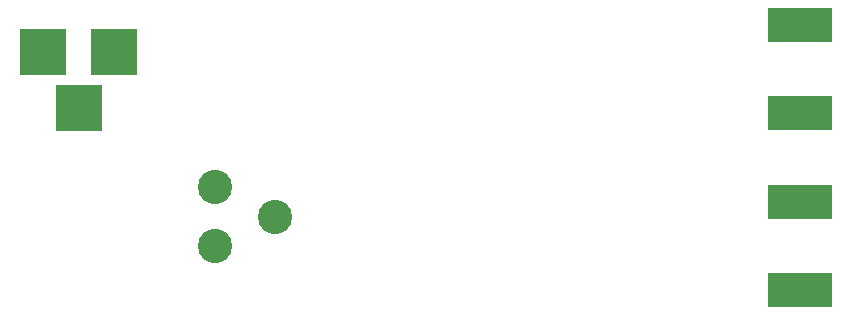
<source format=gbr>
G04 #@! TF.FileFunction,Soldermask,Bot*
%FSLAX46Y46*%
G04 Gerber Fmt 4.6, Leading zero omitted, Abs format (unit mm)*
G04 Created by KiCad (PCBNEW 4.0.7) date 05/06/20 17:17:56*
%MOMM*%
%LPD*%
G01*
G04 APERTURE LIST*
%ADD10C,0.100000*%
%ADD11R,3.900000X3.900000*%
%ADD12R,5.480000X2.900000*%
%ADD13C,2.900000*%
G04 APERTURE END LIST*
D10*
D11*
X123952000Y-85598000D03*
X117952000Y-85598000D03*
X120952000Y-90298000D03*
D12*
X182000000Y-90750000D03*
X182000000Y-83250000D03*
X182000000Y-105750000D03*
X182000000Y-98250000D03*
D13*
X137540000Y-99500000D03*
X132500000Y-102000000D03*
X132500000Y-97000000D03*
M02*

</source>
